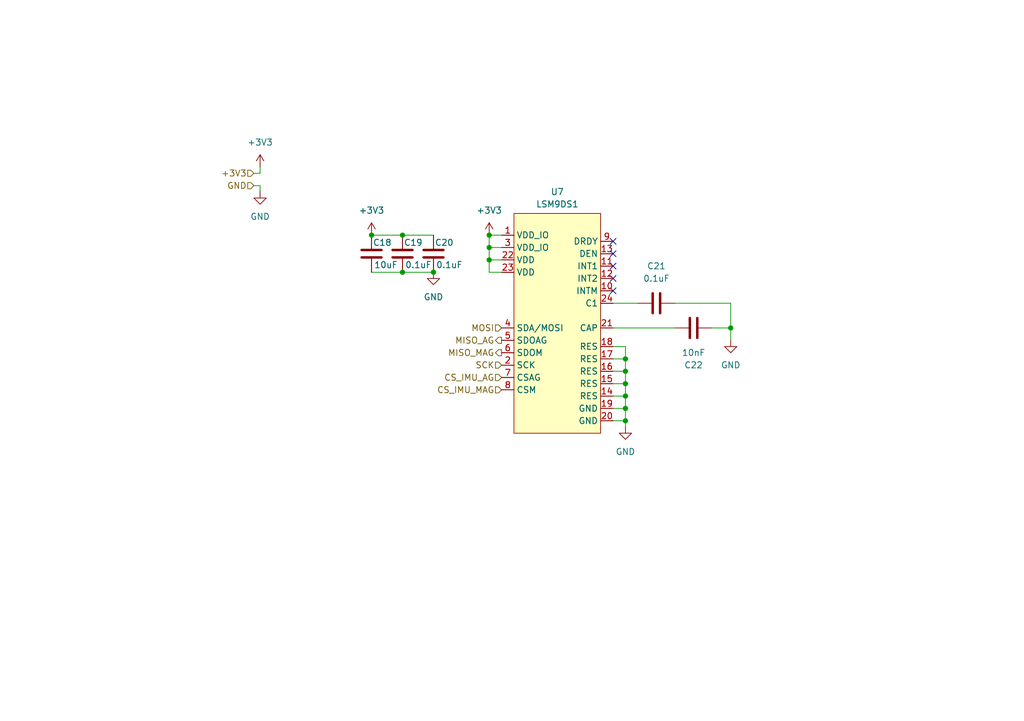
<source format=kicad_sch>
(kicad_sch (version 20250114) (generator "eeschema") (generator_version "9.0")
  (paper "A5")
  (title_block (title "IMU") (company "UCSC Rocket Team") (comment 1 "Rachelle Wang"))
  (lib_symbols
    (symbol "Avionics_Symbols:lsm9ds1"
      (property "Reference" "U" (at 4.318 -1.778 0))
      (property "Value" "LSM9DS1" (at 14.732 -1.524 0))
      (symbol "lsm9ds1_0_0"
        (pin unspecified line (at 1.27 -31.75 0) (length 2.54) (name "SDOM") (number "6"))
        (pin input line (at 1.27 -34.29 0) (length 2.54) (name "SCK") (number "2"))
        (pin input line (at 1.27 -36.83 0) (length 2.54) (name "CSAG") (number "7"))
        (pin input line (at 1.27 -39.37 0) (length 2.54) (name "CSM") (number "8"))
        (pin output line (at 24.13 -8.89 180) (length 2.54) (name "DRDY") (number "9"))
        (pin input line (at 24.13 -11.43 180) (length 2.54) (name "DEN") (number "13"))
        (pin output line (at 24.13 -13.97 180) (length 2.54) (name "INT1") (number "11"))
        (pin output line (at 24.13 -16.51 180) (length 2.54) (name "INT2") (number "12"))
        (pin output line (at 24.13 -19.05 180) (length 2.54) (name "INTM") (number "10"))
      )
      (symbol "lsm9ds1_0_1"
        (rectangle (start 3.81 -3.175) (end 21.59 -48.26) (fill (type background)))
      )
      (symbol "lsm9ds1_1_0"
        (pin power_in line (at 1.27 -7.62 0) (length 2.54) (name "VDD_IO") (number "1"))
        (pin power_in line (at 1.27 -10.16 0) (length 2.54) (name "VDD_IO") (number "3"))
        (pin power_in line (at 1.27 -12.7 0) (length 2.54) (name "VDD") (number "22"))
        (pin power_in line (at 1.27 -15.24 0) (length 2.54) (name "VDD") (number "23"))
        (pin input line (at 1.27 -26.67 0) (length 2.54) (name "SDA/MOSI") (number "4"))
        (pin unspecified line (at 1.27 -29.21 0) (length 2.54) (name "SDOAG") (number "5"))
        (pin power_out line (at 24.13 -21.59 180) (length 2.54) (name "C1") (number "24"))
        (pin power_out line (at 24.13 -26.67 180) (length 2.54) (name "CAP") (number "21"))
        (pin power_in line (at 24.13 -30.48 180) (length 2.54) (name "RES") (number "18"))
        (pin power_in line (at 24.13 -33.02 180) (length 2.54) (name "RES") (number "17"))
        (pin power_in line (at 24.13 -35.56 180) (length 2.54) (name "RES") (number "16"))
        (pin power_in line (at 24.13 -38.1 180) (length 2.54) (name "RES") (number "15"))
        (pin power_in line (at 24.13 -40.64 180) (length 2.54) (name "RES") (number "14"))
        (pin power_in line (at 24.13 -43.18 180) (length 2.54) (name "GND") (number "19"))
        (pin power_in line (at 24.13 -45.72 180) (length 2.54) (name "GND") (number "20"))
      )
    )
    (symbol "Device:C" (pin_numbers (hide yes)) (pin_names (offset 0.254))
      (property "Reference" "C" (at 0.635 2.54 0))
      (property "Value" "C" (at 0.635 -2.54 0))
      (symbol "C_0_1"
        (polyline (pts (xy -2.032 0.762) (xy 2.032 0.762)) (stroke (width 0.508)))
        (polyline (pts (xy -2.032 -0.762) (xy 2.032 -0.762)) (stroke (width 0.508)))
      )
      (symbol "C_1_1"
        (pin passive line (at 0 3.81 270) (length 2.794) (name "~") (number "1"))
        (pin passive line (at 0 -3.81 90) (length 2.794) (name "~") (number "2"))
      )
    )
    (symbol "power:+3.3V" (power) (pin_numbers (hide yes)) (pin_names (offset 0) (hide yes))
      (property "Value" "+3.3V" (at 0 3.556 0))
      (symbol "+3.3V_0_1"
        (polyline (pts (xy -0.762 1.27) (xy 0 2.54)))
        (polyline (pts (xy 0 2.54) (xy 0.762 1.27)))
        (polyline (pts (xy 0 0) (xy 0 2.54)))
      )
      (symbol "+3.3V_1_1"
        (pin power_in line (at 0 0 90) (length 0) (name "~") (number "1"))
      )
    )
    (symbol "power:GND" (power) (pin_numbers (hide yes)) (pin_names (offset 0) (hide yes))
      (property "Value" "GND" (at 0 -3.81 0))
      (symbol "GND_0_1"
        (polyline (pts (xy 0 0) (xy 0 -1.27) (xy 1.27 -1.27) (xy 0 -2.54) (xy -1.27 -1.27) (xy 0 -1.27)))
      )
      (symbol "GND_1_1"
        (pin power_in line (at 0 0 270) (length 0) (name "~") (number "1"))
      )
    )
  )
  (junction (at 100.33 48.26))
  (junction (at 128.27 86.36))
  (junction (at 100.33 50.8))
  (junction (at 149.86 67.31))
  (junction (at 100.33 53.34))
  (junction (at 128.27 78.74))
  (junction (at 82.55 55.88))
  (junction (at 128.27 76.2))
  (junction (at 128.27 81.28))
  (junction (at 128.27 83.82))
  (junction (at 76.2 48.26))
  (junction (at 88.9 55.88))
  (junction (at 82.55 48.26))
  (junction (at 128.27 73.66))
  (no_connect (at 125.73 54.61))
  (no_connect (at 125.73 57.15))
  (no_connect (at 125.73 59.69))
  (no_connect (at 125.73 52.07))
  (no_connect (at 125.73 49.53))
  (wire (pts (xy 82.55 55.88) (xy 76.2 55.88)))
  (wire (pts (xy 149.86 67.31) (xy 149.86 69.85)))
  (wire (pts (xy 53.34 34.29) (xy 53.34 35.56)))
  (wire (pts (xy 82.55 48.26) (xy 88.9 48.26)))
  (wire (pts (xy 138.43 62.23) (xy 149.86 62.23)))
  (wire (pts (xy 100.33 53.34) (xy 100.33 55.88)))
  (wire (pts (xy 100.33 53.34) (xy 102.87 53.34)))
  (wire (pts (xy 88.9 55.88) (xy 82.55 55.88)))
  (wire (pts (xy 53.34 38.1) (xy 52.07 38.1)))
  (wire (pts (xy 100.33 50.8) (xy 102.87 50.8)))
  (wire (pts (xy 125.73 81.28) (xy 128.27 81.28)))
  (wire (pts (xy 125.73 73.66) (xy 128.27 73.66)))
  (wire (pts (xy 128.27 73.66) (xy 128.27 76.2)))
  (wire (pts (xy 128.27 86.36) (xy 128.27 87.63)))
  (wire (pts (xy 125.73 76.2) (xy 128.27 76.2)))
  (wire (pts (xy 100.33 50.8) (xy 100.33 53.34)))
  (wire (pts (xy 125.73 71.12) (xy 128.27 71.12)))
  (wire (pts (xy 100.33 48.26) (xy 102.87 48.26)))
  (wire (pts (xy 125.73 62.23) (xy 130.81 62.23)))
  (wire (pts (xy 128.27 76.2) (xy 128.27 78.74)))
  (wire (pts (xy 100.33 48.26) (xy 100.33 50.8)))
  (wire (pts (xy 100.33 55.88) (xy 102.87 55.88)))
  (wire (pts (xy 125.73 86.36) (xy 128.27 86.36)))
  (wire (pts (xy 53.34 35.56) (xy 52.07 35.56)))
  (wire (pts (xy 53.34 39.37) (xy 53.34 38.1)))
  (wire (pts (xy 128.27 81.28) (xy 128.27 83.82)))
  (wire (pts (xy 149.86 62.23) (xy 149.86 67.31)))
  (wire (pts (xy 125.73 83.82) (xy 128.27 83.82)))
  (wire (pts (xy 128.27 71.12) (xy 128.27 73.66)))
  (wire (pts (xy 76.2 48.26) (xy 82.55 48.26)))
  (wire (pts (xy 146.05 67.31) (xy 149.86 67.31)))
  (wire (pts (xy 128.27 78.74) (xy 128.27 81.28)))
  (wire (pts (xy 128.27 83.82) (xy 128.27 86.36)))
  (wire (pts (xy 125.73 67.31) (xy 138.43 67.31)))
  (wire (pts (xy 125.73 78.74) (xy 128.27 78.74)))
  (hierarchical_label "CS_IMU_MAG" (shape input) (at 102.87 80.01 180))
  (hierarchical_label "SCK" (shape input) (at 102.87 74.93 180))
  (hierarchical_label "MISO_MAG" (shape output) (at 102.87 72.39 180))
  (hierarchical_label "+3V3" (shape input) (at 52.07 35.56 180))
  (hierarchical_label "MOSI" (shape input) (at 102.87 67.31 180))
  (hierarchical_label "MISO_AG" (shape output) (at 102.87 69.85 180))
  (hierarchical_label "CS_IMU_AG" (shape input) (at 102.87 77.47 180))
  (hierarchical_label "GND" (shape input) (at 52.07 38.1 180))
  (symbol (lib_id "Device:C") (at 76.2 52.07 0) (unit 1)
    (property "Reference" "C18" (at 76.454 49.784 0) (effects (justify left)))
    (property "Value" "10uF" (at 76.708 54.356 0) (effects (justify left)))
    (property "Footprint" "Capacitor_SMD:C_0603_1608Metric" (effects (hide yes)))
    (property "Description" "Unpolarized capacitor" (effects (hide yes)))
  )
  (symbol (lib_id "Avionics_Symbols:lsm9ds1") (at 101.6 40.64 0) (unit 1)
    (property "Reference" "U7" (at 114.3 39.37 0))
    (property "Value" "LSM9DS1" (at 114.3 41.91 0))
    (property "Footprint" "Avionics_Feet:PQFN24P43_350X300X102L35X23N" (effects (hide yes)))
    (property "Datasheet" "https://learn.adafruit.com/adafruit-lsm9ds1-accelerometer-plus-gyro-plus-magnetometer-9-dof-breakout" (effects (hide yes)))
  )
  (symbol (lib_id "power:+3.3V") (at 76.2 48.26 0) (unit 1)
    (property "Reference" "#PWR076" (effects (hide yes)))
    (property "Value" "+3V3" (at 76.2 43.18 0))
    (property "Description" "Power symbol creates a global label with name \"+3.3V\"" (effects (hide yes)))
  )
  (symbol (lib_id "power:+3.3V") (at 100.33 48.26 0) (unit 1)
    (property "Reference" "#PWR077" (effects (hide yes)))
    (property "Value" "+3V3" (at 100.33 43.18 0))
    (property "Description" "Power symbol creates a global label with name \"+3.3V\"" (effects (hide yes)))
  )
  (symbol (lib_id "power:GND") (at 53.34 39.37 0) (unit 1)
    (property "Reference" "#PWR075" (effects (hide yes)))
    (property "Value" "GND" (at 53.34 44.45 0))
    (property "Description" "Power symbol creates a global label with name \"GND\" , ground" (effects (hide yes)))
  )
  (symbol (lib_id "power:GND") (at 128.27 87.63 0) (unit 1)
    (property "Reference" "#PWR080" (effects (hide yes)))
    (property "Value" "GND" (at 128.27 92.71 0))
    (property "Description" "Power symbol creates a global label with name \"GND\" , ground" (effects (hide yes)))
  )
  (symbol (lib_id "power:GND") (at 149.86 69.85 0) (unit 1)
    (property "Reference" "#PWR079" (effects (hide yes)))
    (property "Value" "GND" (at 149.86 74.93 0))
    (property "Description" "Power symbol creates a global label with name \"GND\" , ground" (effects (hide yes)))
  )
  (symbol (lib_id "Device:C") (at 88.9 52.07 0) (unit 1)
    (property "Reference" "C20" (at 89.154 49.784 0) (effects (justify left)))
    (property "Value" "0.1uF" (at 89.408 54.356 0) (effects (justify left)))
    (property "Footprint" "Capacitor_SMD:C_0603_1608Metric" (effects (hide yes)))
    (property "Description" "Unpolarized capacitor" (effects (hide yes)))
  )
  (symbol (lib_id "Device:C") (at 82.55 52.07 0) (unit 1)
    (property "Reference" "C19" (at 82.804 49.784 0) (effects (justify left)))
    (property "Value" "0.1uF" (at 83.058 54.356 0) (effects (justify left)))
    (property "Footprint" "Capacitor_SMD:C_0603_1608Metric" (effects (hide yes)))
    (property "Description" "Unpolarized capacitor" (effects (hide yes)))
  )
  (symbol (lib_id "Device:C") (at 134.62 62.23 270) (unit 1)
    (property "Reference" "C21" (at 134.62 54.61 90))
    (property "Value" "0.1uF" (at 134.62 57.15 90))
    (property "Footprint" "Capacitor_SMD:C_0603_1608Metric" (effects (hide yes)))
    (property "Description" "Unpolarized capacitor" (effects (hide yes)))
  )
  (symbol (lib_id "Device:C") (at 142.24 67.31 90) (mirror x) (unit 1)
    (property "Reference" "C22" (at 142.24 74.93 90))
    (property "Value" "10nF" (at 142.24 72.39 90))
    (property "Footprint" "Capacitor_SMD:C_0603_1608Metric" (effects (hide yes)))
    (property "Description" "Unpolarized capacitor" (effects (hide yes)))
  )
  (symbol (lib_id "power:GND") (at 88.9 55.88 0) (unit 1)
    (property "Reference" "#PWR078" (effects (hide yes)))
    (property "Value" "GND" (at 88.9 60.96 0))
    (property "Description" "Power symbol creates a global label with name \"GND\" , ground" (effects (hide yes)))
  )
  (symbol (lib_id "power:+3.3V") (at 53.34 34.29 0) (unit 1)
    (property "Reference" "#PWR074" (effects (hide yes)))
    (property "Value" "+3V3" (at 53.34 29.21 0))
    (property "Description" "Power symbol creates a global label with name \"+3.3V\"" (effects (hide yes)))
  )
)
</source>
